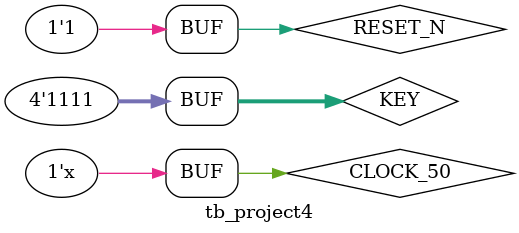
<source format=v>
`timescale 1ns/1ns

module tb_project4();

reg CLOCK_50;
reg RESET_N;
reg [3:0] KEY;

wire [6:0] HEX0;
wire [6:0] HEX1;
wire [9:0] LEDR;

// reg [9:0] last_LEDR;
// reg [6:0] last_HEX0;
// reg [6:0] last_HEX1;

project4_frame myprj(
	.CLOCK_50(CLOCK_50),
	.RESET_N(RESET_N),
	.KEY(KEY),
	.HEX0(HEX0),
	.HEX1(HEX1),
	.LEDR(LEDR)
);

integer i; 

initial begin	
	CLOCK_50 = 0;
	RESET_N = 0;
	KEY = 4'b1111;;
	//SW = 10'h0;
	#2 RESET_N = 1;
	i = 0;
	#10000 KEY = 0; 
	#300 KEY = 4'b1111; 
	// last_LEDR = {10{1'b0}};
	// last_HEX0 = 6'h0D;
	// last_HEX1 = 6'h0A;
end

always #10  CLOCK_50 = ~CLOCK_50;

   always @(posedge CLOCK_50)
   begin 
        i = i+1;
        // if (last_LEDR != LEDR) begin
        // //if (!(i% 100)) begin  
        //     $display ("i:%d sim_clk=%b KEY=%b rest:%b hex1:%h hex0:%h ledr:%b",i, CLOCK_50, KEY, RESET_N, HEX1, HEX0, LEDR);
        //     last_LEDR = LEDR;
        //     last_HEX0 = HEX0;
        //     last_HEX1 = HEX1;
        //     // please use this results for only test 
        //     //if (HEX0 == 'h01) begin 
        //     // $display ("congratulations! you passed test cases if you are testing test[1-5]");
        //     // end   
        //  end
        //  else if (last_LEDR == {10{1'b0}} && last_HEX0 != HEX0 && last_HEX1 != HEX1) begin
        //     $display ("i:%d sim_clk=%b KEY=%b rest:%b hex1:%h hex0:%h ledr:%b",i, CLOCK_50, KEY, RESET_N, HEX1, HEX0, LEDR);
        //     last_LEDR = LEDR;
        //     last_HEX0 = HEX0;
        //     last_HEX1 = HEX1;
        //  end
        if (!(i% 100)) begin  
            $display ("i:%d sim_clk=%b KEY=%b rest:%b hex0:%h hex1:%h ledr:%b",i, CLOCK_50, KEY, RESET_N, HEX0, HEX1, LEDR);
            // please use this results for only test 
            if (HEX0 == 'h01) begin 
             $display ("congratulations! you passed test cases if you are testing test[1-5]");
             end   
         end 
    end
endmodule

</source>
